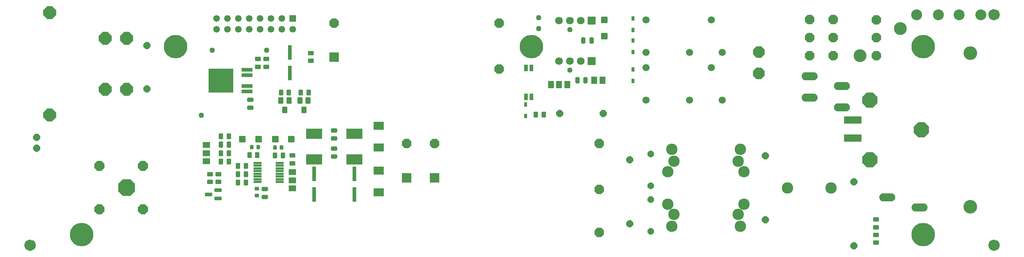
<source format=gbr>
%TF.GenerationSoftware,KiCad,Pcbnew,7.0.10-7.0.10~ubuntu22.04.1*%
%TF.CreationDate,2024-01-02T16:00:03+01:00*%
%TF.ProjectId,EEZ DIB AUX-PS,45455a20-4449-4422-9041-55582d50532e,r3B7*%
%TF.SameCoordinates,Original*%
%TF.FileFunction,Soldermask,Top*%
%TF.FilePolarity,Negative*%
%FSLAX46Y46*%
G04 Gerber Fmt 4.6, Leading zero omitted, Abs format (unit mm)*
G04 Created by KiCad (PCBNEW 7.0.10-7.0.10~ubuntu22.04.1) date 2024-01-02 16:00:03*
%MOMM*%
%LPD*%
G01*
G04 APERTURE LIST*
G04 Aperture macros list*
%AMRoundRect*
0 Rectangle with rounded corners*
0 $1 Rounding radius*
0 $2 $3 $4 $5 $6 $7 $8 $9 X,Y pos of 4 corners*
0 Add a 4 corners polygon primitive as box body*
4,1,4,$2,$3,$4,$5,$6,$7,$8,$9,$2,$3,0*
0 Add four circle primitives for the rounded corners*
1,1,$1+$1,$2,$3*
1,1,$1+$1,$4,$5*
1,1,$1+$1,$6,$7*
1,1,$1+$1,$8,$9*
0 Add four rect primitives between the rounded corners*
20,1,$1+$1,$2,$3,$4,$5,0*
20,1,$1+$1,$4,$5,$6,$7,0*
20,1,$1+$1,$6,$7,$8,$9,0*
20,1,$1+$1,$8,$9,$2,$3,0*%
%AMFreePoly0*
4,1,17,0.360532,0.806901,0.806901,0.360532,0.825500,0.315631,0.825500,-0.315631,0.806901,-0.360532,0.360532,-0.806901,0.315631,-0.825500,-0.315631,-0.825500,-0.360532,-0.806901,-0.806901,-0.360532,-0.825500,-0.315631,-0.825500,0.315631,-0.806901,0.360532,-0.360532,0.806901,-0.315631,0.825500,0.315631,0.825500,0.360532,0.806901,0.360532,0.806901,$1*%
%AMFreePoly1*
4,1,17,0.749064,1.744901,1.744901,0.749064,1.763500,0.704163,1.763500,-0.704163,1.744901,-0.749064,0.749064,-1.744901,0.704163,-1.763500,-0.704163,-1.763500,-0.749064,-1.744901,-1.744901,-0.749064,-1.763500,-0.704163,-1.763500,0.704163,-1.744901,0.749064,-0.749064,1.744901,-0.704163,1.763500,0.704163,1.763500,0.749064,1.744901,0.749064,1.744901,$1*%
%AMFreePoly2*
4,1,17,0.637641,1.475901,1.475901,0.637641,1.494500,0.592740,1.494500,-0.592740,1.475901,-0.637641,0.637641,-1.475901,0.592740,-1.494500,-0.592740,-1.494500,-0.637641,-1.475901,-1.475901,-0.637641,-1.494500,-0.592740,-1.494500,0.592740,-1.475901,0.637641,-0.637641,1.475901,-0.592740,1.494500,0.592740,1.494500,0.637641,1.475901,0.637641,1.475901,$1*%
%AMFreePoly3*
4,1,17,0.479825,1.094901,1.094901,0.479825,1.113500,0.434924,1.113500,-0.434924,1.094901,-0.479825,0.479825,-1.094901,0.434924,-1.113500,-0.434924,-1.113500,-0.479825,-1.094901,-1.094901,-0.479825,-1.113500,-0.434924,-1.113500,0.434924,-1.094901,0.479825,-0.479825,1.094901,-0.434924,1.113500,0.434924,1.113500,0.479825,1.094901,0.479825,1.094901,$1*%
%AMFreePoly4*
4,1,17,0.328969,0.730701,0.730701,0.328969,0.749300,0.284068,0.749300,-0.284068,0.730701,-0.328969,0.328969,-0.730701,0.284068,-0.749300,-0.284068,-0.749300,-0.328969,-0.730701,-0.730701,-0.328969,-0.749300,-0.284068,-0.749300,0.284068,-0.730701,0.328969,-0.328969,0.730701,-0.284068,0.749300,0.284068,0.749300,0.328969,0.730701,0.328969,0.730701,$1*%
%AMFreePoly5*
4,1,25,0.501384,1.150573,0.506286,1.146082,1.146082,0.506286,1.168110,0.459045,1.168400,0.452404,1.168400,-0.452404,1.150573,-0.501384,1.146082,-0.506286,0.506286,-1.146082,0.459045,-1.168110,0.452404,-1.168400,-0.452404,-1.168400,-0.501384,-1.150573,-0.506286,-1.146082,-1.146082,-0.506286,-1.168110,-0.459045,-1.168400,-0.452404,-1.168400,0.452404,-1.150573,0.501384,-1.146082,0.506286,
-0.506286,1.146082,-0.459045,1.168110,-0.452404,1.168400,0.452404,1.168400,0.501384,1.150573,0.501384,1.150573,$1*%
%AMFreePoly6*
4,1,25,0.838057,1.963373,0.842959,1.958882,1.958882,0.842959,1.980910,0.795718,1.981200,0.789077,1.981200,-0.789077,1.963373,-0.838057,1.958882,-0.842959,0.842959,-1.958882,0.795718,-1.980910,0.789077,-1.981200,-0.789077,-1.981200,-0.838057,-1.963373,-0.842959,-1.958882,-1.958882,-0.842959,-1.980910,-0.795718,-1.981200,-0.789077,-1.981200,0.789077,-1.963373,0.838057,-1.958882,0.842959,
-0.842959,1.958882,-0.795718,1.980910,-0.789077,1.981200,0.789077,1.981200,0.838057,1.963373,0.838057,1.963373,$1*%
%AMFreePoly7*
4,1,17,0.355561,0.794901,0.794901,0.355561,0.813500,0.310660,0.813500,-0.310660,0.794901,-0.355561,0.355561,-0.794901,0.310660,-0.813500,-0.310660,-0.813500,-0.355561,-0.794901,-0.794901,-0.355561,-0.813500,-0.310660,-0.813500,0.310660,-0.794901,0.355561,-0.355561,0.794901,-0.310660,0.813500,0.310660,0.813500,0.355561,0.794901,0.355561,0.794901,$1*%
%AMFreePoly8*
4,1,17,0.570952,1.314901,1.314901,0.570952,1.333500,0.526051,1.333500,-0.526051,1.314901,-0.570952,0.570952,-1.314901,0.526051,-1.333500,-0.526051,-1.333500,-0.570952,-1.314901,-1.314901,-0.570952,-1.333500,-0.526051,-1.333500,0.526051,-1.314901,0.570952,-0.570952,1.314901,-0.526051,1.333500,0.526051,1.333500,0.570952,1.314901,0.570952,1.314901,$1*%
G04 Aperture macros list end*
%ADD10C,1.327913*%
%ADD11RoundRect,0.250000X0.450000X-0.262500X0.450000X0.262500X-0.450000X0.262500X-0.450000X-0.262500X0*%
%ADD12RoundRect,0.057252X0.506248X0.706248X-0.506248X0.706248X-0.506248X-0.706248X0.506248X-0.706248X0*%
%ADD13RoundRect,0.225000X-0.225000X-0.250000X0.225000X-0.250000X0.225000X0.250000X-0.225000X0.250000X0*%
%ADD14RoundRect,0.250000X0.262500X0.450000X-0.262500X0.450000X-0.262500X-0.450000X0.262500X-0.450000X0*%
%ADD15RoundRect,0.250000X-0.450000X0.262500X-0.450000X-0.262500X0.450000X-0.262500X0.450000X0.262500X0*%
%ADD16FreePoly0,270.000000*%
%ADD17RoundRect,0.508000X0.000000X0.000000X0.000000X0.000000X0.000000X0.000000X0.000000X0.000000X0*%
%ADD18RoundRect,0.250000X-0.250000X-0.475000X0.250000X-0.475000X0.250000X0.475000X-0.250000X0.475000X0*%
%ADD19RoundRect,0.055408X-0.708092X-0.708092X0.708092X-0.708092X0.708092X0.708092X-0.708092X0.708092X0*%
%ADD20C,3.200000*%
%ADD21FreePoly1,0.000000*%
%ADD22O,3.727000X1.927000*%
%ADD23C,1.270000*%
%ADD24FreePoly2,0.000000*%
%ADD25FreePoly3,180.000000*%
%ADD26RoundRect,0.063500X1.050000X1.050000X-1.050000X1.050000X-1.050000X-1.050000X1.050000X-1.050000X0*%
%ADD27RoundRect,0.055763X0.657737X0.757737X-0.657737X0.757737X-0.657737X-0.757737X0.657737X-0.757737X0*%
%ADD28RoundRect,0.054166X-1.772034X-1.172034X1.772034X-1.172034X1.772034X1.172034X-1.772034X1.172034X0*%
%ADD29R,0.762000X1.092200*%
%ADD30RoundRect,0.054384X-1.109116X0.909116X-1.109116X-0.909116X1.109116X-0.909116X1.109116X0.909116X0*%
%ADD31C,5.500000*%
%ADD32RoundRect,0.055763X0.757737X-0.657737X0.757737X0.657737X-0.757737X0.657737X-0.757737X-0.657737X0*%
%ADD33C,2.667000*%
%ADD34C,1.676400*%
%ADD35FreePoly4,270.000000*%
%ADD36RoundRect,0.059267X-0.385233X1.629833X-0.385233X-1.629833X0.385233X-1.629833X0.385233X1.629833X0*%
%ADD37RoundRect,0.068943X0.896257X0.172357X-0.896257X0.172357X-0.896257X-0.172357X0.896257X-0.172357X0*%
%ADD38RoundRect,0.063500X0.711200X0.711200X-0.711200X0.711200X-0.711200X-0.711200X0.711200X-0.711200X0*%
%ADD39C,1.549400*%
%ADD40RoundRect,0.055408X-0.708092X0.708092X-0.708092X-0.708092X0.708092X-0.708092X0.708092X0.708092X0*%
%ADD41RoundRect,0.250000X-0.475000X0.250000X-0.475000X-0.250000X0.475000X-0.250000X0.475000X0.250000X0*%
%ADD42C,1.250000*%
%ADD43RoundRect,0.063500X0.838200X-0.838200X0.838200X0.838200X-0.838200X0.838200X-0.838200X-0.838200X0*%
%ADD44C,1.803400*%
%ADD45RoundRect,0.055408X0.708092X0.708092X-0.708092X0.708092X-0.708092X-0.708092X0.708092X-0.708092X0*%
%ADD46RoundRect,0.250000X-0.262500X-0.450000X0.262500X-0.450000X0.262500X0.450000X-0.262500X0.450000X0*%
%ADD47RoundRect,0.054180X0.332820X-0.747820X0.332820X0.747820X-0.332820X0.747820X-0.332820X-0.747820X0*%
%ADD48RoundRect,0.225000X0.225000X0.250000X-0.225000X0.250000X-0.225000X-0.250000X0.225000X-0.250000X0*%
%ADD49C,3.000000*%
%ADD50FreePoly3,0.000000*%
%ADD51RoundRect,0.225000X0.250000X-0.225000X0.250000X0.225000X-0.250000X0.225000X-0.250000X-0.225000X0*%
%ADD52C,2.540000*%
%ADD53FreePoly5,180.000000*%
%ADD54FreePoly6,180.000000*%
%ADD55RoundRect,0.063500X-1.050000X-1.050000X1.050000X-1.050000X1.050000X1.050000X-1.050000X1.050000X0*%
%ADD56FreePoly0,180.000000*%
%ADD57FreePoly0,90.000000*%
%ADD58FreePoly3,90.000000*%
%ADD59RoundRect,0.071581X0.753919X0.322119X-0.753919X0.322119X-0.753919X-0.322119X0.753919X-0.322119X0*%
%ADD60RoundRect,0.250000X0.475000X-0.250000X0.475000X0.250000X-0.475000X0.250000X-0.475000X-0.250000X0*%
%ADD61RoundRect,0.059267X1.248833X-0.385233X1.248833X0.385233X-1.248833X0.385233X-1.248833X-0.385233X0*%
%ADD62RoundRect,0.051973X2.861527X-2.761527X2.861527X2.761527X-2.861527X2.761527X-2.861527X-2.761527X0*%
%ADD63FreePoly7,0.000000*%
%ADD64FreePoly8,270.000000*%
%ADD65RoundRect,0.055101X-2.008399X-0.758399X2.008399X-0.758399X2.008399X0.758399X-2.008399X0.758399X0*%
G04 APERTURE END LIST*
%TO.C,FM2*%
D10*
X36915056Y-132003600D02*
G75*
G03*
X35587144Y-132003600I-663956J0D01*
G01*
X35587144Y-132003600D02*
G75*
G03*
X36915056Y-132003600I663956J0D01*
G01*
%TO.C,FM1*%
X261915056Y-132003600D02*
G75*
G03*
X260587144Y-132003600I-663956J0D01*
G01*
X260587144Y-132003600D02*
G75*
G03*
X261915056Y-132003600I663956J0D01*
G01*
%TO.C,FM3*%
X261915056Y-78003600D02*
G75*
G03*
X260587144Y-78003600I-663956J0D01*
G01*
X260587144Y-78003600D02*
G75*
G03*
X261915056Y-78003600I663956J0D01*
G01*
%TD*%
D11*
%TO.C,R2*%
X233680000Y-131405000D03*
X233680000Y-129580000D03*
%TD*%
%TO.C,R1*%
X233680000Y-127825500D03*
X233680000Y-126000500D03*
%TD*%
D12*
%TO.C,Q2*%
X101130100Y-98089600D03*
X100180100Y-100289600D03*
X99230100Y-98089600D03*
%TD*%
D13*
%TO.C,C14*%
X93372600Y-109095600D03*
X94922600Y-109095600D03*
%TD*%
D14*
%TO.C,R13*%
X82614100Y-112397600D03*
X80789100Y-112397600D03*
%TD*%
D15*
%TO.C,R11*%
X97513100Y-110977100D03*
X97513100Y-112802100D03*
%TD*%
D16*
%TO.C,C10*%
X63532600Y-85275100D03*
X63532600Y-95435100D03*
%TD*%
D17*
%TO.C,FM2*%
X36251100Y-132003600D03*
%TD*%
D18*
%TO.C,C18*%
X80751600Y-108460600D03*
X82651600Y-108460600D03*
%TD*%
D19*
%TO.C,ZD2*%
X89570600Y-107190600D03*
X85770600Y-107190600D03*
%TD*%
D20*
%TO.C,J4*%
X255751100Y-123003600D03*
X255751100Y-87003600D03*
D21*
X232251100Y-112003600D03*
X232251100Y-98003600D03*
X244251100Y-105003600D03*
%TD*%
D18*
%TO.C,C19*%
X165397100Y-84013100D03*
X167297100Y-84013100D03*
%TD*%
D22*
%TO.C,VAR1*%
X225723100Y-99704600D03*
X218223100Y-97404600D03*
%TD*%
D14*
%TO.C,R16*%
X82614100Y-106492100D03*
X80789100Y-106492100D03*
%TD*%
%TO.C,R5*%
X86614600Y-115382100D03*
X84789600Y-115382100D03*
%TD*%
D23*
%TO.C,TP3*%
X76200000Y-101600000D03*
%TD*%
D24*
%TO.C,SW1*%
X53751100Y-95503600D03*
X53751100Y-83503600D03*
X58751100Y-95503600D03*
X58751100Y-83503600D03*
X40851100Y-77503600D03*
X40851100Y-101503600D03*
%TD*%
D11*
%TO.C,R15*%
X89448600Y-90196100D03*
X89448600Y-88371100D03*
%TD*%
D25*
%TO.C,TR2*%
X145729000Y-79950000D03*
X145729000Y-90700000D03*
D26*
X107229000Y-87950000D03*
D25*
X107229000Y-79950000D03*
%TD*%
D27*
%TO.C,JP4*%
X169837100Y-93347600D03*
X167937100Y-93347600D03*
%TD*%
D28*
%TO.C,L1*%
X102529600Y-105905100D03*
X102529600Y-111905100D03*
%TD*%
D29*
%TO.C,D4*%
X176951600Y-78844200D03*
X176951600Y-81562000D03*
%TD*%
D30*
%TO.C,D1*%
X117642600Y-119646600D03*
X117642600Y-114546600D03*
%TD*%
D27*
%TO.C,JP2*%
X159743100Y-94363600D03*
X157843100Y-94363600D03*
X161643100Y-94363600D03*
%TD*%
D22*
%TO.C,VAR2*%
X218223100Y-92451600D03*
X225723100Y-94751600D03*
%TD*%
D14*
%TO.C,R4*%
X101283100Y-96205100D03*
X99458100Y-96205100D03*
%TD*%
D11*
%TO.C,R14*%
X91417100Y-90196100D03*
X91417100Y-88371100D03*
%TD*%
D31*
%TO.C,H1*%
X48250000Y-129500000D03*
%TD*%
D32*
%TO.C,JP1*%
X97513100Y-116779100D03*
X97513100Y-114879100D03*
X97513100Y-118679100D03*
%TD*%
D14*
%TO.C,R9*%
X89281600Y-110873600D03*
X87456600Y-110873600D03*
%TD*%
%TO.C,R12*%
X86614600Y-113413600D03*
X84789600Y-113413600D03*
%TD*%
D31*
%TO.C,H5*%
X244750000Y-129500000D03*
%TD*%
D33*
%TO.C,L3*%
X223243100Y-118557100D03*
X213083100Y-118557100D03*
%TD*%
D34*
%TO.C,K2*%
X179999600Y-97983100D03*
X179999600Y-90363100D03*
X197779600Y-97983100D03*
X190159600Y-97983100D03*
X195239600Y-90363100D03*
%TD*%
D35*
%TO.C,C8*%
X181142600Y-121284100D03*
X181142600Y-128784100D03*
%TD*%
D36*
%TO.C,C5*%
X111927600Y-115255100D03*
X111927600Y-120081100D03*
%TD*%
D11*
%TO.C,R10*%
X101831100Y-88799100D03*
X101831100Y-86974100D03*
%TD*%
D16*
%TO.C,C3*%
X228577100Y-117160100D03*
X228577100Y-132146100D03*
%TD*%
D15*
%TO.C,R18*%
X80241100Y-115358600D03*
X80241100Y-117183600D03*
%TD*%
D37*
%TO.C,IC1*%
X94477800Y-117160100D03*
X94477800Y-116525100D03*
X94477800Y-115890100D03*
X94477800Y-115255100D03*
X94477800Y-114620100D03*
X94477800Y-113985100D03*
X94477800Y-113350100D03*
X94477800Y-112715100D03*
X89372400Y-112715100D03*
X89372400Y-113350100D03*
X89372400Y-113985100D03*
X89372400Y-114620100D03*
X89372400Y-115255100D03*
X89372400Y-115890100D03*
X89372400Y-116525100D03*
X89372400Y-117160100D03*
%TD*%
D17*
%TO.C,FM1*%
X261251100Y-132003600D03*
%TD*%
D23*
%TO.C,TP2*%
X154940000Y-81280000D03*
%TD*%
D14*
%TO.C,R6*%
X86614600Y-117350600D03*
X84789600Y-117350600D03*
%TD*%
D36*
%TO.C,C4*%
X102529600Y-115318600D03*
X102529600Y-120144600D03*
%TD*%
D34*
%TO.C,K1*%
X179999600Y-86870600D03*
X179999600Y-79250600D03*
X197779600Y-86870600D03*
X190159600Y-86870600D03*
X195239600Y-79250600D03*
%TD*%
D35*
%TO.C,C7*%
X181142600Y-110616100D03*
X181142600Y-118116100D03*
%TD*%
D38*
%TO.C,X1*%
X97536000Y-78867000D03*
D39*
X97536000Y-81407000D03*
X94996000Y-78867000D03*
X94996000Y-81407000D03*
X92456000Y-78867000D03*
X92456000Y-81407000D03*
X89916000Y-78867000D03*
X89916000Y-81407000D03*
X87376000Y-78867000D03*
X87376000Y-81407000D03*
X84836000Y-78867000D03*
X84836000Y-81407000D03*
X82296000Y-78867000D03*
X82296000Y-81407000D03*
X79756000Y-78867000D03*
X79756000Y-81407000D03*
%TD*%
D40*
%TO.C,D6*%
X170284100Y-83055600D03*
X170284100Y-79255600D03*
%TD*%
D41*
%TO.C,C2*%
X107228600Y-105097600D03*
X107228600Y-106997600D03*
%TD*%
D15*
%TO.C,R19*%
X78272600Y-115358600D03*
X78272600Y-117183600D03*
%TD*%
D18*
%TO.C,C20*%
X164000100Y-93347600D03*
X165900100Y-93347600D03*
%TD*%
D42*
%TO.C,X4*%
X162242500Y-81535000D03*
D43*
X167322500Y-79375000D03*
D44*
X164782500Y-79375000D03*
X162242500Y-79375000D03*
X159702500Y-79375000D03*
%TD*%
D45*
%TO.C,ZD3*%
X93454100Y-107127100D03*
X97254100Y-107127100D03*
%TD*%
D46*
%TO.C,R8*%
X93425600Y-110937100D03*
X95250600Y-110937100D03*
%TD*%
D47*
%TO.C,OK1*%
X151987250Y-97253000D03*
X153257250Y-97253000D03*
X153257250Y-90453000D03*
X151987250Y-90453000D03*
%TD*%
D36*
%TO.C,C17*%
X96878100Y-86870600D03*
X96878100Y-91696600D03*
%TD*%
D14*
%TO.C,R7*%
X156106500Y-101409500D03*
X154281500Y-101409500D03*
%TD*%
D48*
%TO.C,C15*%
X89525100Y-109032100D03*
X87975100Y-109032100D03*
%TD*%
D49*
%TO.C,X3*%
X229957000Y-87583120D03*
X239357000Y-81283120D03*
D50*
X233807000Y-79183120D03*
X233807000Y-83383120D03*
X233807000Y-87583120D03*
%TD*%
D23*
%TO.C,TP1*%
X154940000Y-78740000D03*
%TD*%
%TO.C,TP5*%
X91440000Y-86360000D03*
%TD*%
%TO.C,TP4*%
X78740000Y-86360000D03*
%TD*%
D41*
%TO.C,C12*%
X87670600Y-97922100D03*
X87670600Y-99822100D03*
%TD*%
D51*
%TO.C,C13*%
X89194600Y-120348100D03*
X89194600Y-118798100D03*
%TD*%
D42*
%TO.C,X5*%
X162242500Y-90996500D03*
D43*
X167322500Y-88836500D03*
D44*
X164782500Y-88836500D03*
X162242500Y-88836500D03*
X159702500Y-88836500D03*
%TD*%
D52*
%TO.C,J3*%
X253111000Y-78041500D03*
X258191000Y-78041500D03*
%TD*%
D53*
%TO.C,J1*%
X62551100Y-123583600D03*
X62551100Y-113423600D03*
X52391100Y-123583600D03*
X52391100Y-113423600D03*
D54*
X58751100Y-118503600D03*
%TD*%
D30*
%TO.C,D2*%
X117642600Y-109105600D03*
X117642600Y-104005600D03*
%TD*%
D50*
%TO.C,TR1*%
X169137600Y-108210100D03*
X169137600Y-129010100D03*
D25*
X169137600Y-118960100D03*
D26*
X130637600Y-116210100D03*
D55*
X124137600Y-116210100D03*
D25*
X130637600Y-108210100D03*
D50*
X124137600Y-108210100D03*
%TD*%
D14*
%TO.C,R3*%
X96647600Y-96205100D03*
X94822600Y-96205100D03*
%TD*%
D56*
%TO.C,C11*%
X170030100Y-101158100D03*
X159870100Y-101158100D03*
%TD*%
D16*
%TO.C,C6*%
X207876100Y-111064100D03*
X207876100Y-126050100D03*
%TD*%
D57*
%TO.C,C9*%
X176189600Y-127002600D03*
X176189600Y-112016600D03*
%TD*%
D46*
%TO.C,R17*%
X80789100Y-110429100D03*
X82614100Y-110429100D03*
%TD*%
D58*
%TO.C,X2*%
X223730000Y-79175500D03*
X223730000Y-83375500D03*
X223730000Y-87575500D03*
X218230000Y-79175500D03*
X218230000Y-83375500D03*
X218230000Y-87575500D03*
%TD*%
D41*
%TO.C,C1*%
X107228600Y-109352100D03*
X107228600Y-111252100D03*
%TD*%
D29*
%TO.C,D3*%
X176951600Y-93563500D03*
X176951600Y-90845700D03*
%TD*%
D12*
%TO.C,Q1*%
X96685100Y-98089600D03*
X95735100Y-100289600D03*
X94785100Y-98089600D03*
%TD*%
D32*
%TO.C,JP3*%
X77447100Y-110429100D03*
X77447100Y-108529100D03*
X77447100Y-112329100D03*
%TD*%
D31*
%TO.C,H2*%
X244750000Y-85500000D03*
%TD*%
D59*
%TO.C,Q3*%
X80114100Y-121046300D03*
X80114100Y-119115900D03*
X77955100Y-120081100D03*
%TD*%
D22*
%TO.C,VAR3*%
X243820600Y-123136100D03*
X236320600Y-120836100D03*
%TD*%
D60*
%TO.C,C16*%
X91036100Y-120713600D03*
X91036100Y-118813600D03*
%TD*%
D29*
%TO.C,ZD1*%
X176951600Y-84051200D03*
X176951600Y-86769000D03*
%TD*%
D61*
%TO.C,IC2*%
X86908600Y-96014600D03*
X86908600Y-94744600D03*
D62*
X80815100Y-93474600D03*
D61*
X86908600Y-92204600D03*
X86908600Y-90934600D03*
%TD*%
D29*
%TO.C,D5*%
X151892000Y-101752400D03*
X151892000Y-99034600D03*
%TD*%
D17*
%TO.C,FM3*%
X261251100Y-78003600D03*
%TD*%
D63*
%TO.C,LED1*%
X37751100Y-106733600D03*
X37751100Y-109273600D03*
%TD*%
D33*
%TO.C,L4*%
X202923100Y-114747100D03*
X202033100Y-109557100D03*
X201533100Y-112307100D03*
X186533100Y-112307100D03*
X186033100Y-109557100D03*
X185143100Y-114747100D03*
X202923100Y-122367100D03*
X202033100Y-127557100D03*
X201533100Y-124807100D03*
X186533100Y-124807100D03*
X186033100Y-127557100D03*
X185143100Y-122367100D03*
%TD*%
D31*
%TO.C,H4*%
X70250000Y-85500000D03*
%TD*%
D28*
%TO.C,L2*%
X111927600Y-105905100D03*
X111927600Y-111905100D03*
%TD*%
D64*
%TO.C,NTC1*%
X206352100Y-86783600D03*
X206352100Y-91783600D03*
%TD*%
D52*
%TO.C,J2*%
X243205000Y-78041500D03*
X248285000Y-78041500D03*
%TD*%
D31*
%TO.C,H3*%
X153250000Y-85500000D03*
%TD*%
D65*
%TO.C,SAR1*%
X228259600Y-102677600D03*
X228259600Y-106877600D03*
%TD*%
M02*

</source>
